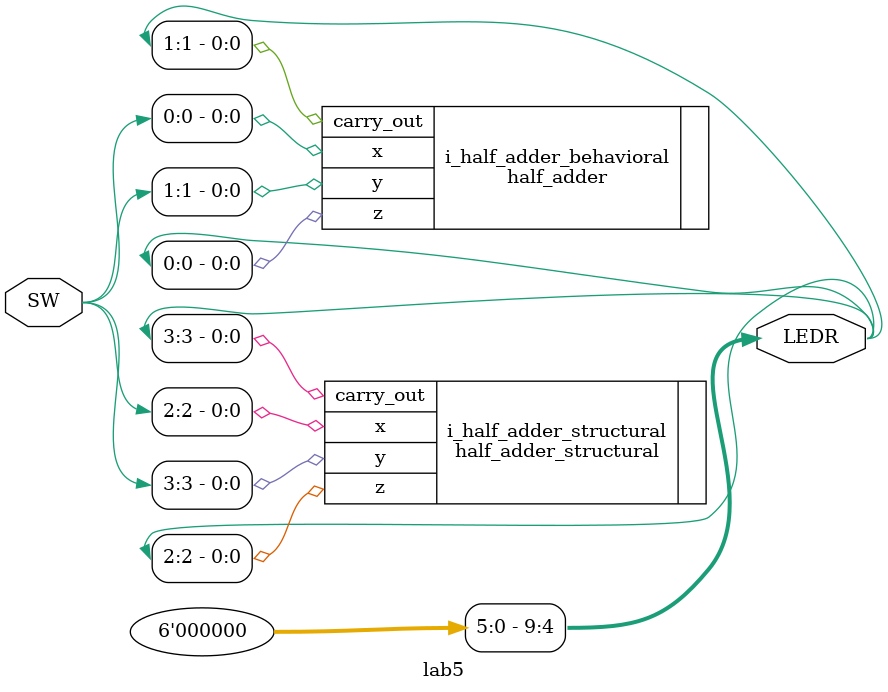
<source format=v>
module lab5
(
    input  [9:0] SW,
    output [9:0] LEDR
);

	half_adder i_half_adder_behavioral
    (
        .x        (SW[0]  ),
        .y        (SW[1]  ),
        .z        (LEDR[0]),
        .carry_out(LEDR[1])
    );
    
    half_adder_structural i_half_adder_structural
    (
        .x        ( SW[2]  ),
        .y        ( SW[3]  ),
        .z        ( LEDR[2]),
        .carry_out( LEDR[3])
    );
    
    assign LEDR[9:4] = 0;

endmodule

</source>
